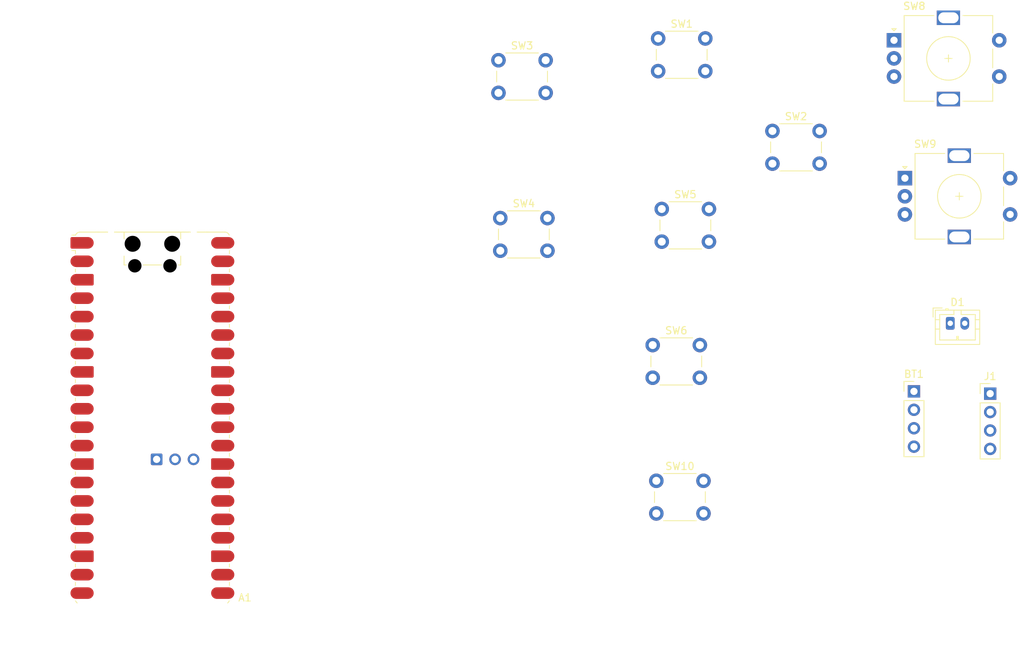
<source format=kicad_pcb>
(kicad_pcb (version 20241229) (generator "pcbnew") (generator_version "9.0")
  (layers (0 "F.Cu" signal) (2 "B.Cu" signal) (13 "F.Paste" user) (15 "B.Paste" user) (5 "F.SilkS" user "F.Silkscreen") (7 "B.SilkS" user "B.Silkscreen") (1 "F.Mask" user) (3 "B.Mask" user) (25 "Edge.Cuts" user))
  (net 0 "")
  (net 6 "Net-(A1-GPIO7)")
  (net 7 "Net-(A1-GPIO11)")
  (net 8 "GNDPWR")
  (net 9 "Net-(A1-GPIO19)")
  (net 10 "Net-(A1-GPIO13)")
  (net 11 "Net-(A1-GPIO18)")
  (net 12 "Net-(A1-GPIO9)")
  (net 13 "Net-(A1-GPIO8)")
  (net 15 "Net-(A1-GPIO6)")
  (net 16 "Net-(A1-GPIO2)")
  (net 19 "Net-(A1-GPIO4)")
  (net 20 "Net-(A1-GPIO1)")
  (net 24 "Net-(A1-GPIO20)")
  (net 25 "Net-(A1-GPIO10)")
  (net 26 "Net-(A1-GPIO3)")
  (net 28 "Net-(A1-VSYS)")
  (net 29 "Net-(A1-3V3)")
  (net 30 "Net-(A1-GPIO12)")
  (net 31 "Net-(A1-GPIO0)")
  (net 32 "Net-(A1-GPIO5)")
  (net 33 "Net-(A1-GPIO16)")
  (net 34 "Net-(A1-GPIO17)")
  (net 35 "Net-(BT1--)")
  (net 36 "Net-(BT1-+)")
  (net 37 "Net-(D1-K)")
  (footprint "Button_Switch_THT:SW_PUSH_6mm" (layer "F.Cu") (at 188.5 118.2)
    (property "Reference" "SW10" (at 3.25 -2 0) (layer "F.SilkS"))
    (property "Value" "SW_Push")
    (fp_line (start -0.25 1.5) (end -0.25 3) (stroke (width 0.12)) (layer "F.SilkS"))
    (fp_line (start 1 5.5) (end 5.5 5.5) (stroke (width 0.12)) (layer "F.SilkS"))
    (fp_line (start 5.5 -1) (end 1 -1) (stroke (width 0.12)) (layer "F.SilkS"))
    (fp_line (start 6.75 3) (end 6.75 1.5) (stroke (width 0.12)) (layer "F.SilkS"))
    (pad "1" thru_hole circle (at 0 0 90) (size 2 2) (drill 1.1) (layers "*.Cu" "*.Mask") (net 32 "Net-(A1-GPIO5)"))
    (pad "1" thru_hole circle (at 6.5 0 90) (size 2 2) (drill 1.1) (layers "*.Cu" "*.Mask") (net 32 "Net-(A1-GPIO5)"))
    (pad "2" thru_hole circle (at 0 4.5 90) (size 2 2) (drill 1.1) (layers "*.Cu" "*.Mask") (net 26 "Net-(A1-GPIO3)"))
    (pad "2" thru_hole circle (at 6.5 4.5 90) (size 2 2) (drill 1.1) (layers "*.Cu" "*.Mask") (net 26 "Net-(A1-GPIO3)"))
  )
  (footprint "Button_Switch_THT:SW_PUSH_6mm" (layer "F.Cu") (at 188.75 57.25)
    (property "Reference" "SW1" (at 3.25 -2 0) (layer "F.SilkS"))
    (property "Value" "SW_Push")
    (fp_line (start -0.25 1.5) (end -0.25 3) (stroke (width 0.12)) (layer "F.SilkS"))
    (fp_line (start 1 5.5) (end 5.5 5.5) (stroke (width 0.12)) (layer "F.SilkS"))
    (fp_line (start 5.5 -1) (end 1 -1) (stroke (width 0.12)) (layer "F.SilkS"))
    (fp_line (start 6.75 3) (end 6.75 1.5) (stroke (width 0.12)) (layer "F.SilkS"))
    (pad "1" thru_hole circle (at 0 0 90) (size 2 2) (drill 1.1) (layers "*.Cu" "*.Mask") (net 34 "Net-(A1-GPIO17)"))
    (pad "1" thru_hole circle (at 6.5 0 90) (size 2 2) (drill 1.1) (layers "*.Cu" "*.Mask") (net 34 "Net-(A1-GPIO17)"))
    (pad "2" thru_hole circle (at 0 4.5 90) (size 2 2) (drill 1.1) (layers "*.Cu" "*.Mask") (net 11 "Net-(A1-GPIO18)"))
    (pad "2" thru_hole circle (at 6.5 4.5 90) (size 2 2) (drill 1.1) (layers "*.Cu" "*.Mask") (net 11 "Net-(A1-GPIO18)"))
  )
  (footprint "Connector_PinHeader_2.54mm:PinHeader_1x04_P2.54mm_Vertical" (layer "F.Cu") (at 224 105.88)
    (property "Reference" "BT1" (at 0 -2.38 0) (layer "F.SilkS"))
    (property "Value" "Battery_Cell")
    (fp_line (start -1.38 -1.38) (end 0 -1.38) (stroke (width 0.12)) (layer "F.SilkS"))
    (fp_line (start -1.38 0) (end -1.38 -1.38) (stroke (width 0.12)) (layer "F.SilkS"))
    (fp_line (start -1.38 1.27) (end -1.38 9) (stroke (width 0.12)) (layer "F.SilkS"))
    (fp_line (start -1.38 1.27) (end 1.38 1.27) (stroke (width 0.12)) (layer "F.SilkS"))
    (fp_line (start -1.38 9) (end 1.38 9) (stroke (width 0.12)) (layer "F.SilkS"))
    (fp_line (start 1.38 1.27) (end 1.38 9) (stroke (width 0.12)) (layer "F.SilkS"))
    (pad "1" thru_hole rect (at 0 0) (size 1.7 1.7) (drill 1) (layers "*.Cu" "*.Mask") (net 36 "Net-(BT1-+)"))
    (pad "2" thru_hole circle (at 0 2.54) (size 1.7 1.7) (drill 1) (layers "*.Cu" "*.Mask") (net 35 "Net-(BT1--)"))
    (pad "3" thru_hole circle (at 0 5.08) (size 1.7 1.7) (drill 1) (layers "*.Cu" "*.Mask"))
    (pad "4" thru_hole circle (at 0 7.62) (size 1.7 1.7) (drill 1) (layers "*.Cu" "*.Mask"))
  )
  (footprint "Button_Switch_THT:SW_PUSH_6mm" (layer "F.Cu") (at 189.25 80.75)
    (property "Reference" "SW5" (at 3.25 -2 0) (layer "F.SilkS"))
    (property "Value" "SW_Push")
    (fp_line (start -0.25 1.5) (end -0.25 3) (stroke (width 0.12)) (layer "F.SilkS"))
    (fp_line (start 1 5.5) (end 5.5 5.5) (stroke (width 0.12)) (layer "F.SilkS"))
    (fp_line (start 5.5 -1) (end 1 -1) (stroke (width 0.12)) (layer "F.SilkS"))
    (fp_line (start 6.75 3) (end 6.75 1.5) (stroke (width 0.12)) (layer "F.SilkS"))
    (pad "1" thru_hole circle (at 0 0 90) (size 2 2) (drill 1.1) (layers "*.Cu" "*.Mask") (net 26 "Net-(A1-GPIO3)"))
    (pad "1" thru_hole circle (at 6.5 0 90) (size 2 2) (drill 1.1) (layers "*.Cu" "*.Mask") (net 26 "Net-(A1-GPIO3)"))
    (pad "2" thru_hole circle (at 0 4.5 90) (size 2 2) (drill 1.1) (layers "*.Cu" "*.Mask") (net 20 "Net-(A1-GPIO1)"))
    (pad "2" thru_hole circle (at 6.5 4.5 90) (size 2 2) (drill 1.1) (layers "*.Cu" "*.Mask") (net 20 "Net-(A1-GPIO1)"))
  )
  (footprint "Button_Switch_THT:SW_PUSH_6mm" (layer "F.Cu") (at 167 82)
    (property "Reference" "SW4" (at 3.25 -2 0) (layer "F.SilkS"))
    (property "Value" "SW_Push")
    (fp_line (start -0.25 1.5) (end -0.25 3) (stroke (width 0.12)) (layer "F.SilkS"))
    (fp_line (start 1 5.5) (end 5.5 5.5) (stroke (width 0.12)) (layer "F.SilkS"))
    (fp_line (start 5.5 -1) (end 1 -1) (stroke (width 0.12)) (layer "F.SilkS"))
    (fp_line (start 6.75 3) (end 6.75 1.5) (stroke (width 0.12)) (layer "F.SilkS"))
    (pad "1" thru_hole circle (at 0 0 90) (size 2 2) (drill 1.1) (layers "*.Cu" "*.Mask") (net 11 "Net-(A1-GPIO18)"))
    (pad "1" thru_hole circle (at 6.5 0 90) (size 2 2) (drill 1.1) (layers "*.Cu" "*.Mask") (net 11 "Net-(A1-GPIO18)"))
    (pad "2" thru_hole circle (at 0 4.5 90) (size 2 2) (drill 1.1) (layers "*.Cu" "*.Mask") (net 9 "Net-(A1-GPIO19)"))
    (pad "2" thru_hole circle (at 6.5 4.5 90) (size 2 2) (drill 1.1) (layers "*.Cu" "*.Mask") (net 9 "Net-(A1-GPIO19)"))
  )
  (footprint "Module:RaspberryPi_Pico_W_SMD_HandSolder" (layer "F.Cu") (at 119.065 109.545)
    (property "Reference" "A1" (at 11.7475 24.765 0) (layer "F.SilkS") (effects (justify left)))
    (property "Value" "RaspberryPi_Pico_W")
    (fp_line (start -10.61 -23.07) (end -11.09 -23.07) (stroke (width 0.12)) (layer "F.SilkS"))
    (fp_line (start -10.61 -23.07) (end -10.61 -22.65) (stroke (width 0.12)) (layer "F.SilkS"))
    (fp_line (start -10.61 -20.53) (end -10.61 -20.11) (stroke (width 0.12)) (layer "F.SilkS"))
    (fp_line (start -10.61 -17.99) (end -10.61 -17.57) (stroke (width 0.12)) (layer "F.SilkS"))
    (fp_line (start -10.61 -15.45) (end -10.61 -15.03) (stroke (width 0.12)) (layer "F.SilkS"))
    (fp_line (start -10.61 -12.91) (end -10.61 -12.49) (stroke (width 0.12)) (layer "F.SilkS"))
    (fp_line (start -10.61 -10.37) (end -10.61 -9.95) (stroke (width 0.12)) (layer "F.SilkS"))
    (fp_line (start -10.61 -7.83) (end -10.61 -7.41) (stroke (width 0.12)) (layer "F.SilkS"))
    (fp_line (start -10.61 -5.29) (end -10.61 -4.87) (stroke (width 0.12)) (layer "F.SilkS"))
    (fp_line (start -10.61 -2.75) (end -10.61 -2.33) (stroke (width 0.12)) (layer "F.SilkS"))
    (fp_line (start -10.61 -0.21) (end -10.61 0.21) (stroke (width 0.12)) (layer "F.SilkS"))
    (fp_line (start -10.61 2.33) (end -10.61 2.75) (stroke (width 0.12)) (layer "F.SilkS"))
    (fp_line (start -10.61 4.87) (end -10.61 5.29) (stroke (width 0.12)) (layer "F.SilkS"))
    (fp_line (start -10.61 7.41) (end -10.61 7.83) (stroke (width 0.12)) (layer "F.SilkS"))
    (fp_line (start -10.61 9.95) (end -10.61 10.37) (stroke (width 0.12)) (layer "F.SilkS"))
    (fp_line (start -10.61 12.49) (end -10.61 12.91) (stroke (width 0.12)) (layer "F.SilkS"))
    (fp_line (start -10.61 15.03) (end -10.61 15.45) (stroke (width 0.12)) (layer "F.SilkS"))
    (fp_line (start -10.61 17.57) (end -10.61 17.99) (stroke (width 0.12)) (layer "F.SilkS"))
    (fp_line (start -10.61 20.11) (end -10.61 20.53) (stroke (width 0.12)) (layer "F.SilkS"))
    (fp_line (start -10.61 22.65) (end -10.61 23.07) (stroke (width 0.12)) (layer "F.SilkS"))
    (fp_line (start -10.579676 -25.19) (end -11.09 -25.19) (stroke (width 0.12)) (layer "F.SilkS"))
    (fp_line (start -10 -25.61) (end -7.51 -25.61) (stroke (width 0.12)) (layer "F.SilkS"))
    (fp_line (start -7.51 -25.61) (end -6.16206 -25.61) (stroke (width 0.12)) (layer "F.SilkS"))
    (fp_line (start -5.237939 -25.61) (end -4.235 -25.61) (stroke (width 0.12)) (layer "F.SilkS"))
    (fp_line (start -4.235 -25.61) (end 4.235 -25.61) (stroke (width 0.12)) (layer "F.SilkS"))
    (fp_line (start -3.9 -25.61) (end -3.9 -24.694) (stroke (width 0.12)) (layer "F.SilkS"))
    (fp_line (start -3.9 -22.306) (end -3.9 -21.09) (stroke (width 0.12)) (layer "F.SilkS"))
    (fp_line (start -3.9 -21.09) (end -3.60391 -21.09) (stroke (width 0.12)) (layer "F.SilkS"))
    (fp_line (start -1.24609 -21.09) (end 1.24609 -21.09) (stroke (width 0.12)) (layer "F.SilkS"))
    (fp_line (start 3.60391 -21.09) (end 3.9 -21.09) (stroke (width 0.12)) (layer "F.SilkS"))
    (fp_line (start 3.9 -25.61) (end 3.9 -24.694) (stroke (width 0.12)) (layer "F.SilkS"))
    (fp_line (start 3.9 -22.306) (end 3.9 -21.09) (stroke (width 0.12)) (layer "F.SilkS"))
    (fp_line (start 4.235 -25.61) (end 5.237939 -25.61) (stroke (width 0.12)) (layer "F.SilkS"))
    (fp_line (start 6.162061 -25.61) (end 7.51 -25.61) (stroke (width 0.12)) (layer "F.SilkS"))
    (fp_line (start 10 -25.61) (end 7.51 -25.61) (stroke (width 0.12)) (layer "F.SilkS"))
    (fp_line (start 10.61 -23.07) (end 10.61 -22.65) (stroke (width 0.12)) (layer "F.SilkS"))
    (fp_line (start 10.61 -20.53) (end 10.61 -20.11) (stroke (width 0.12)) (layer "F.SilkS"))
    (fp_line (start 10.61 -17.99) (end 10.61 -17.57) (stroke (width 0.12)) (layer "F.SilkS"))
    (fp_line (start 10.61 -15.45) (end 10.61 -15.03) (stroke (width 0.12)) (layer "F.SilkS"))
    (fp_line (start 10.61 -12.91) (end 10.61 -12.49) (stroke (width 0.12)) (layer "F.SilkS"))
    (fp_line (start 10.61 -10.37) (end 10.61 -9.95) (stroke (width 0.12)) (layer "F.SilkS"))
    (fp_line (start 10.61 -7.83) (end 10.61 -7.41) (stroke (width 0.12)) (layer "F.SilkS"))
    (fp_line (start 10.61 -5.29) (end 10.61 -4.87) (stroke (width 0.12)) (layer "F.SilkS"))
    (fp_line (start 10.61 -2.75) (end 10.61 -2.33) (stroke (width 0.12)) (layer "F.SilkS"))
    (fp_line (start 10.61 -0.21) (end 10.61 0.21) (stroke (width 0.12)) (layer "F.SilkS"))
    (fp_line (start 10.61 2.33) (end 10.61 2.75) (stroke (width 0.12)) (layer "F.SilkS"))
    (fp_line (start 10.61 4.87) (end 10.61 5.29) (stroke (width 0.12)) (layer "F.SilkS"))
    (fp_line (start 10.61 7.41) (end 10.61 7.83) (stroke (width 0.12)) (layer "F.SilkS"))
    (fp_line (start 10.61 9.95) (end 10.61 10.37) (stroke (width 0.12)) (layer "F.SilkS"))
    (fp_line (start 10.61 12.49) (end 10.61 12.91) (stroke (width 0.12)) (layer "F.SilkS"))
    (fp_line (start 10.61 15.03) (end 10.61 15.45) (stroke (width 0.12)) (layer "F.SilkS"))
    (fp_line (start 10.61 17.57) (end 10.61 17.99) (stroke (width 0.12)) (layer "F.SilkS"))
    (fp_line (start 10.61 20.11) (end 10.61 20.53) (stroke (width 0.12)) (layer "F.SilkS"))
    (fp_line (start 10.61 22.65) (end 10.61 23.07) (stroke (width 0.12)) (layer "F.SilkS"))
    (fp_arc (start -10.579676 -25.19) (mid -10.357938 -25.493944) (end -10 -25.61) (stroke (width 0.12)) (layer "F.SilkS"))
    (fp_arc (start -10.363318 25.49) (mid -10.494791 25.356765) (end -10.579676 25.189937) (stroke (width 0.12)) (layer "F.SilkS"))
    (fp_arc (start 10 -25.61) (mid 10.357937 -25.493944) (end 10.579676 -25.189937) (stroke (width 0.12)) (layer "F.SilkS"))
    (fp_arc (start 10.579676 25.189937) (mid 10.494803 25.356773) (end 10.363318 25.49) (stroke (width 0.12)) (layer "F.SilkS"))
    (pad "" smd rect (at -8.89 -24.13) (size 3.8 2.2) (drill (offset -0.8 0)) (layers "F.Paste"))
    (pad "" smd rect (at -8.89 -21.59) (size 3.8 2.2) (drill (offset -0.8 0)) (layers "F.Paste"))
    (pad "" smd rect (at -8.89 -19.05) (size 3.8 2.2) (drill (offset -0.8 0)) (layers "F.Paste"))
    (pad "" smd rect (at -8.89 -16.51) (size 3.8 2.2) (drill (offset -0.8 0)) (layers "F.Paste"))
    (pad "" smd rect (at -8.89 -13.97) (size 3.8 2.2) (drill (offset -0.8 0)) (layers "F.Paste"))
    (pad "" smd rect (at -8.89 -11.43) (size 3.8 2.2) (drill (offset -0.8 0)) (layers "F.Paste"))
    (pad "" smd rect (at -8.89 -8.89) (size 3.8 2.2) (drill (offset -0.8 0)) (layers "F.Paste"))
    (pad "" smd rect (at -8.89 -6.35) (size 3.8 2.2) (drill (offset -0.8 0)) (layers "F.Paste"))
    (pad "" smd rect (at -8.89 -3.81) (size 3.8 2.2) (drill (offset -0.8 0)) (layers "F.Paste"))
    (pad "" smd rect (at -8.89 -1.27) (size 3.8 2.2) (drill (offset -0.8 0)) (layers "F.Paste"))
    (pad "" smd rect (at -8.89 1.27) (size 3.8 2.2) (drill (offset -0.8 0)) (layers "F.Paste"))
    (pad "" smd rect (at -8.89 3.81) (size 3.8 2.2) (drill (offset -0.8 0)) (layers "F.Paste"))
    (pad "" smd rect (at -8.89 6.35) (size 3.8 2.2) (drill (offset -0.8 0)) (layers "F.Paste"))
    (pad "" smd rect (at -8.89 8.89) (size 3.8 2.2) (drill (offset -0.8 0)) (layers "F.Paste"))
    (pad "" smd rect (at -8.89 11.43) (size 3.8 2.2) (drill (offset -0.8 0)) (layers "F.Paste"))
    (pad "" smd rect (at -8.89 13.97) (size 3.8 2.2) (drill (offset -0.8 0)) (layers "F.Paste"))
    (pad "" smd rect (at -8.89 16.51) (size 3.8 2.2) (drill (offset -0.8 0)) (layers "F.Paste"))
    (pad "" smd rect (at -8.89 19.05) (size 3.8 2.2) (drill (offset -0.8 0)) (layers "F.Paste"))
    (pad "" smd rect (at -8.89 21.59) (size 3.8 2.2) (drill (offset -0.8 0)) (layers "F.Paste"))
    (pad "" smd rect (at -8.89 24.13) (size 3.8 2.2) (drill (offset -0.8 0)) (layers "F.Paste"))
    (pad "" np_thru_hole circle (at -2.725 -24) (size 2.2 2.2) (drill 2.2) (layers "*.Mask"))
    (pad "" np_thru_hole circle (at -2.425 -20.97) (size 1.85 1.85) (drill 1.85) (layers "*.Mask"))
    (pad "" np_thru_hole circle (at 2.425 -20.97) (size 1.85 1.85) (drill 1.85) (layers "*.Mask"))
    (pad "" np_thru_hole circle (at 2.725 -24) (size 2.2 2.2) (drill 2.2) (layers "*.Mask"))
    (pad "" smd rect (at 8.89 -24.13) (size 3.8 2.2) (drill (offset 0.8 0)) (layers "F.Paste"))
    (pad "" smd rect (at 8.89 -21.59) (size 3.8 2.2) (drill (offset 0.8 0)) (layers "F.Paste"))
    (pad "" smd rect (at 8.89 -19.05) (size 3.8 2.2) (drill (offset 0.8 0)) (layers "F.Paste"))
    (pad "" smd rect (at 8.89 -16.51) (size 3.8 2.2) (drill (offset 0.8 0)) (layers "F.Paste"))
    (pad "" smd rect (at 8.89 -13.97) (size 3.8 2.2) (drill (offset 0.8 0)) (layers "F.Paste"))
    (pad "" smd rect (at 8.89 -11.43) (size 3.8 2.2) (drill (offset 0.8 0)) (layers "F.Paste"))
    (pad "" smd rect (at 8.89 -8.89) (size 3.8 2.2) (drill (offset 0.8 0)) (layers "F.Paste"))
    (pad "" smd rect (at 8.89 -6.35) (size 3.8 2.2) (drill (offset 0.8 0)) (layers "F.Paste"))
    (pad "" smd rect (at 8.89 -3.81) (size 3.8 2.2) (drill (offset 0.8 0)) (layers "F.Paste"))
    (pad "" smd rect (at 8.89 -1.27) (size 3.8 2.2) (drill (offset 0.8 0)) (layers "F.Paste"))
    (pad "" smd rect (at 8.89 1.27) (size 3.8 2.2) (drill (offset 0.8 0)) (layers "F.Paste"))
    (pad "" smd rect (at 8.89 3.81) (size 3.8 2.2) (drill (offset 0.8 0)) (layers "F.Paste"))
    (pad "" smd rect (at 8.89 6.35) (size 3.8 2.2) (drill (offset 0.8 0)) (layers "F.Paste"))
    (pad "" smd rect (at 8.89 8.89) (size 3.8 2.2) (drill (offset 0.8 0)) (layers "F.Paste"))
    (pad "" smd rect (at 8.89 11.43) (size 3.8 2.2) (drill (offset 0.8 0)) (layers "F.Paste"))
    (pad "" smd rect (at 8.89 13.97) (size 3.8 2.2) (drill (offset 0.8 0)) (layers "F.Paste"))
    (pad "" smd rect (at 8.89 16.51) (size 3.8 2.2) (drill (offset 0.8 0)) (layers "F.Paste"))
    (pad "" smd rect (at 8.89 19.05) (size 3.8 2.2) (drill (offset 0.8 0)) (layers "F.Paste"))
    (pad "" smd rect (at 8.89 21.59) (size 3.8 2.2) (drill (offset 0.8 0)) (layers "F.Paste"))
    (pad "" smd rect (at 8.89 24.13) (size 3.8 2.2) (drill (offset 0.8 0)) (layers "F.Paste"))
    (pad "1" smd custom (at -9.69 -24.13) (size 1.6 0.8) (layers "F.Cu" "F.Mask") (net 31 "Net-(A1-GPIO0)") (options (clearance outline) (anchor rect)) (primitives (gr_circle (center 0.8 0) (end 1.6 0) (width 0) (fill yes)) (gr_poly (pts (xy -1.6 -0.6) (xy -1.6 0.6) (xy -1.4 0.8) (xy 0.8 0.8) (xy 0.8 -0.8) (xy -1.4 -0.8)) (width 0) (fill yes)) (gr_circle (center -1.4 -0.6) (end -1.2 -0.6) (width 0) (fill yes)) (gr_circle (center -1.4 0.6) (end -1.2 0.6) (width 0) (fill yes))))
    (pad "2" smd roundrect (at -9.69 -21.59) (size 3.2 1.6) (layers "F.Cu" "F.Mask") (roundrect_rratio 0.5) (net 20 "Net-(A1-GPIO1)"))
    (pad "3" smd custom (at -9.69 -19.05) (size 1.6 0.8) (layers "F.Cu" "F.Mask") (net 8 "GNDPWR") (options (clearance outline) (anchor rect)) (primitives (gr_circle (center -0.8 0) (end 0 0) (width 0) (fill yes)) (gr_poly (pts (xy 1.6 -0.6) (xy 1.6 0.6) (xy 1.4 0.8) (xy -0.8 0.8) (xy -0.8 -0.8) (xy 1.4 -0.8)) (width 0) (fill yes)) (gr_circle (center 1.4 -0.6) (end 1.6 -0.6) (width 0) (fill yes)) (gr_circle (center 1.4 0.6) (end 1.6 0.6) (width 0) (fill yes))))
    (pad "4" smd roundrect (at -9.69 -16.51) (size 3.2 1.6) (layers "F.Cu" "F.Mask") (roundrect_rratio 0.5) (net 16 "Net-(A1-GPIO2)"))
    (pad "5" smd roundrect (at -9.69 -13.97) (size 3.2 1.6) (layers "F.Cu" "F.Mask") (roundrect_rratio 0.5) (net 26 "Net-(A1-GPIO3)"))
    (pad "6" smd roundrect (at -9.69 -11.43) (size 3.2 1.6) (layers "F.Cu" "F.Mask") (roundrect_rratio 0.5) (net 19 "Net-(A1-GPIO4)"))
    (pad "7" smd roundrect (at -9.69 -8.89) (size 3.2 1.6) (layers "F.Cu" "F.Mask") (roundrect_rratio 0.5) (net 32 "Net-(A1-GPIO5)"))
    (pad "8" smd custom (at -9.69 -6.35) (size 1.6 0.8) (layers "F.Cu" "F.Mask") (net 8 "GNDPWR") (options (clearance outline) (anchor rect)) (primitives (gr_circle (center -0.8 0) (end 0 0) (width 0) (fill yes)) (gr_poly (pts (xy 1.6 -0.6) (xy 1.6 0.6) (xy 1.4 0.8) (xy -0.8 0.8) (xy -0.8 -0.8) (xy 1.4 -0.8)) (width 0) (fill yes)) (gr_circle (center 1.4 -0.6) (end 1.6 -0.6) (width 0) (fill yes)) (gr_circle (center 1.4 0.6) (end 1.6 0.6) (width 0) (fill yes))))
    (pad "9" smd roundrect (at -9.69 -3.81) (size 3.2 1.6) (layers "F.Cu" "F.Mask") (roundrect_rratio 0.5) (net 15 "Net-(A1-GPIO6)"))
    (pad "10" smd roundrect (at -9.69 -1.27) (size 3.2 1.6) (layers "F.Cu" "F.Mask") (roundrect_rratio 0.5) (net 6 "Net-(A1-GPIO7)"))
    (pad "11" smd roundrect (at -9.69 1.27) (size 3.2 1.6) (layers "F.Cu" "F.Mask") (roundrect_rratio 0.5) (net 13 "Net-(A1-GPIO8)"))
    (pad "12" smd roundrect (at -9.69 3.81) (size 3.2 1.6) (layers "F.Cu" "F.Mask") (roundrect_rratio 0.5) (net 12 "Net-(A1-GPIO9)"))
    (pad "13" smd custom (at -9.69 6.35) (size 1.6 0.8) (layers "F.Cu" "F.Mask") (net 8 "GNDPWR") (options (clearance outline) (anchor rect)) (primitives (gr_circle (center -0.8 0) (end 0 0) (width 0) (fill yes)) (gr_poly (pts (xy 1.6 -0.6) (xy 1.6 0.6) (xy 1.4 0.8) (xy -0.8 0.8) (xy -0.8 -0.8) (xy 1.4 -0.8)) (width 0) (fill yes)) (gr_circle (center 1.4 -0.6) (end 1.6 -0.6) (width 0) (fill yes)) (gr_circle (center 1.4 0.6) (end 1.6 0.6) (width 0) (fill yes))))
    (pad "14" smd roundrect (at -9.69 8.89) (size 3.2 1.6) (layers "F.Cu" "F.Mask") (roundrect_rratio 0.5) (net 25 "Net-(A1-GPIO10)"))
    (pad "15" smd roundrect (at -9.69 11.43) (size 3.2 1.6) (layers "F.Cu" "F.Mask") (roundrect_rratio 0.5) (net 7 "Net-(A1-GPIO11)"))
    (pad "16" smd roundrect (at -9.69 13.97) (size 3.2 1.6) (layers "F.Cu" "F.Mask") (roundrect_rratio 0.5) (net 30 "Net-(A1-GPIO12)"))
    (pad "17" smd roundrect (at -9.69 16.51) (size 3.2 1.6) (layers "F.Cu" "F.Mask") (roundrect_rratio 0.5) (net 10 "Net-(A1-GPIO13)"))
    (pad "18" smd custom (at -9.69 19.05) (size 1.6 0.8) (layers "F.Cu" "F.Mask") (net 8 "GNDPWR") (options (clearance outline) (anchor rect)) (primitives (gr_circle (center -0.8 0) (end 0 0) (width 0) (fill yes)) (gr_poly (pts (xy 1.6 -0.6) (xy 1.6 0.6) (xy 1.4 0.8) (xy -0.8 0.8) (xy -0.8 -0.8) (xy 1.4 -0.8)) (width 0) (fill yes)) (gr_circle (center 1.4 -0.6) (end 1.6 -0.6) (width 0) (fill yes)) (gr_circle (center 1.4 0.6) (end 1.6 0.6) (width 0) (fill yes))))
    (pad "19" smd roundrect (at -9.69 21.59) (size 3.2 1.6) (layers "F.Cu" "F.Mask") (roundrect_rratio 0.5))
    (pad "20" smd roundrect (at -9.69 24.13) (size 3.2 1.6) (layers "F.Cu" "F.Mask") (roundrect_rratio 0.5))
    (pad "21" smd roundrect (at 9.69 24.13) (size 3.2 1.6) (layers "F.Cu" "F.Mask") (roundrect_rratio 0.5) (net 33 "Net-(A1-GPIO16)"))
    (pad "22" smd roundrect (at 9.69 21.59) (size 3.2 1.6) (layers "F.Cu" "F.Mask") (roundrect_rratio 0.5) (net 34 "Net-(A1-GPIO17)"))
    (pad "23" smd custom (at 9.69 19.05) (size 1.6 0.8) (layers "F.Cu" "F.Mask") (net 8 "GNDPWR") (options (clearance outline) (anchor rect)) (primitives (gr_circle (center 0.8 0) (end 1.6 0) (width 0) (fill yes)) (gr_poly (pts (xy -1.6 -0.6) (xy -1.6 0.6) (xy -1.4 0.8) (xy 0.8 0.8) (xy 0.8 -0.8) (xy -1.4 -0.8)) (width 0) (fill yes)) (gr_circle (center -1.4 -0.6) (end -1.2 -0.6) (width 0) (fill yes)) (gr_circle (center -1.4 0.6) (end -1.2 0.6) (width 0) (fill yes))))
    (pad "24" smd roundrect (at 9.69 16.51) (size 3.2 1.6) (layers "F.Cu" "F.Mask") (roundrect_rratio 0.5) (net 11 "Net-(A1-GPIO18)"))
    (pad "25" smd roundrect (at 9.69 13.97) (size 3.2 1.6) (layers "F.Cu" "F.Mask") (roundrect_rratio 0.5) (net 9 "Net-(A1-GPIO19)"))
    (pad "26" smd roundrect (at 9.69 11.43) (size 3.2 1.6) (layers "F.Cu" "F.Mask") (roundrect_rratio 0.5) (net 24 "Net-(A1-GPIO20)"))
    (pad "27" smd roundrect (at 9.69 8.89) (size 3.2 1.6) (layers "F.Cu" "F.Mask") (roundrect_rratio 0.5))
    (pad "28" smd custom (at 9.69 6.35) (size 1.6 0.8) (layers "F.Cu" "F.Mask") (net 8 "GNDPWR") (options (clearance outline) (anchor rect)) (primitives (gr_circle (center 0.8 0) (end 1.6 0) (width 0) (fill yes)) (gr_poly (pts (xy -1.6 -0.6) (xy -1.6 0.6) (xy -1.4 0.8) (xy 0.8 0.8) (xy 0.8 -0.8) (xy -1.4 -0.8)) (width 0) (fill yes)) (gr_circle (center -1.4 -0.6) (end -1.2 -0.6) (width 0) (fill yes)) (gr_circle (center -1.4 0.6) (end -1.2 0.6) (width 0) (fill yes))))
    (pad "29" smd roundrect (at 9.69 3.81) (size 3.2 1.6) (layers "F.Cu" "F.Mask") (roundrect_rratio 0.5))
    (pad "30" smd roundrect (at 9.69 1.27) (size 3.2 1.6) (layers "F.Cu" "F.Mask") (roundrect_rratio 0.5))
    (pad "31" smd roundrect (at 9.69 -1.27) (size 3.2 1.6) (layers "F.Cu" "F.Mask") (roundrect_rratio 0.5))
    (pad "32" smd roundrect (at 9.69 -3.81) (size 3.2 1.6) (layers "F.Cu" "F.Mask") (roundrect_rratio 0.5))
    (pad "33" smd custom (at 9.69 -6.35) (size 1.6 0.8) (layers "F.Cu" "F.Mask") (options (clearance outline) (anchor rect)) (primitives (gr_circle (center 0.8 0) (end 1.6 0) (width 0) (fill yes)) (gr_poly (pts (xy -1.6 -0.6) (xy -1.6 0.6) (xy -1.4 0.8) (xy 0.8 0.8) (xy 0.8 -0.8) (xy -1.4 -0.8)) (width 0) (fill yes)) (gr_circle (center -1.4 -0.6) (end -1.2 -0.6) (width 0) (fill yes)) (gr_circle (center -1.4 0.6) (end -1.2 0.6) (width 0) (fill yes))))
    (pad "34" smd roundrect (at 9.69 -8.89) (size 3.2 1.6) (layers "F.Cu" "F.Mask") (roundrect_rratio 0.5))
    (pad "35" smd roundrect (at 9.69 -11.43) (size 3.2 1.6) (layers "F.Cu" "F.Mask") (roundrect_rratio 0.5))
    (pad "36" smd roundrect (at 9.69 -13.97) (size 3.2 1.6) (layers "F.Cu" "F.Mask") (roundrect_rratio 0.5) (net 29 "Net-(A1-3V3)"))
    (pad "37" smd roundrect (at 9.69 -16.51) (size 3.2 1.6) (layers "F.Cu" "F.Mask") (roundrect_rratio 0.5))
    (pad "38" smd custom (at 9.69 -19.05) (size 1.6 0.8) (layers "F.Cu" "F.Mask") (net 8 "GNDPWR") (options (clearance outline) (anchor rect)) (primitives (gr_circle (center 0.8 0) (end 1.6 0) (width 0) (fill yes)) (gr_poly (pts (xy -1.6 -0.6) (xy -1.6 0.6) (xy -1.4 0.8) (xy 0.8 0.8) (xy 0.8 -0.8) (xy -1.4 -0.8)) (width 0) (fill yes)) (gr_circle (center -1.4 -0.6) (end -1.2 -0.6) (width 0) (fill yes)) (gr_circle (center -1.4 0.6) (end -1.2 0.6) (width 0) (fill yes))))
    (pad "39" smd roundrect (at 9.69 -21.59) (size 3.2 1.6) (layers "F.Cu" "F.Mask") (roundrect_rratio 0.5) (net 28 "Net-(A1-VSYS)"))
    (pad "40" smd roundrect (at 9.69 -24.13) (size 3.2 1.6) (layers "F.Cu" "F.Mask") (roundrect_rratio 0.5))
    (pad "D1" thru_hole roundrect (at 0.5841 5.7) (size 1.6 1.6) (drill 1) (layers "*.Cu" "*.Mask") (roundrect_rratio 0.125))
    (pad "D2" thru_hole circle (at 3.1241 5.7) (size 1.6 1.6) (drill 1) (layers "*.Cu" "*.Mask"))
    (pad "D3" thru_hole circle (at 5.6641 5.7) (size 1.6 1.6) (drill 1) (layers "*.Cu" "*.Mask"))
  )
  (footprint "Rotary_Encoder:RotaryEncoder_Alps_EC11E-Switch_Vertical_H20mm" (layer "F.Cu") (at 222.75 76.5)
    (property "Reference" "SW9" (at 2.8 -4.7 0) (layer "F.SilkS"))
    (property "Value" "RotaryEncoder_Switch")
    (fp_line (start -0.3 -1.6) (end 0.3 -1.6) (stroke (width 0.12)) (layer "F.SilkS"))
    (fp_line (start 0 -1.3) (end -0.3 -1.6) (stroke (width 0.12)) (layer "F.SilkS"))
    (fp_line (start 0.3 -1.6) (end 0 -1.3) (stroke (width 0.12)) (layer "F.SilkS"))
    (fp_line (start 1.4 -3.4) (end 1.4 8.4) (stroke (width 0.12)) (layer "F.SilkS"))
    (fp_line (start 5.5 -3.4) (end 1.4 -3.4) (stroke (width 0.12)) (layer "F.SilkS"))
    (fp_line (start 5.5 8.4) (end 1.4 8.4) (stroke (width 0.12)) (layer "F.SilkS"))
    (fp_line (start 7 2.5) (end 8 2.5) (stroke (width 0.12)) (layer "F.SilkS"))
    (fp_line (start 7.5 2) (end 7.5 3) (stroke (width 0.12)) (layer "F.SilkS"))
    (fp_line (start 9.5 -3.4) (end 13.6 -3.4) (stroke (width 0.12)) (layer "F.SilkS"))
    (fp_line (start 13.6 -3.4) (end 13.6 -1) (stroke (width 0.12)) (layer "F.SilkS"))
    (fp_line (start 13.6 1.2) (end 13.6 3.8) (stroke (width 0.12)) (layer "F.SilkS"))
    (fp_line (start 13.6 6) (end 13.6 8.4) (stroke (width 0.12)) (layer "F.SilkS"))
    (fp_line (start 13.6 8.4) (end 9.5 8.4) (stroke (width 0.12)) (layer "F.SilkS"))
    (fp_circle (center 7.5 2.5) (end 10.5 2.5) (stroke (width 0.12)) (fill no) (layer "F.SilkS"))
    (pad "A" thru_hole rect (at 0 0) (size 2 2) (drill 1) (layers "*.Cu" "*.Mask") (net 19 "Net-(A1-GPIO4)"))
    (pad "B" thru_hole circle (at 0 5) (size 2 2) (drill 1) (layers "*.Cu" "*.Mask") (net 16 "Net-(A1-GPIO2)"))
    (pad "C" thru_hole circle (at 0 2.5) (size 2 2) (drill 1) (layers "*.Cu" "*.Mask") (net 26 "Net-(A1-GPIO3)"))
    (pad "MP" thru_hole rect (at 7.5 -3.1) (size 3.2 2) (drill oval 2.8 1.5) (layers "*.Cu" "*.Mask"))
    (pad "MP" thru_hole rect (at 7.5 8.1) (size 3.2 2) (drill oval 2.8 1.5) (layers "*.Cu" "*.Mask"))
    (pad "S1" thru_hole circle (at 14.5 5) (size 2 2) (drill 1) (layers "*.Cu" "*.Mask"))
    (pad "S2" thru_hole circle (at 14.5 0) (size 2 2) (drill 1) (layers "*.Cu" "*.Mask"))
  )
  (footprint "Button_Switch_THT:SW_PUSH_6mm" (layer "F.Cu") (at 204.5 70)
    (property "Reference" "SW2" (at 3.25 -2 0) (layer "F.SilkS"))
    (property "Value" "SW_Push")
    (fp_line (start -0.25 1.5) (end -0.25 3) (stroke (width 0.12)) (layer "F.SilkS"))
    (fp_line (start 1 5.5) (end 5.5 5.5) (stroke (width 0.12)) (layer "F.SilkS"))
    (fp_line (start 5.5 -1) (end 1 -1) (stroke (width 0.12)) (layer "F.SilkS"))
    (fp_line (start 6.75 3) (end 6.75 1.5) (stroke (width 0.12)) (layer "F.SilkS"))
    (pad "1" thru_hole circle (at 0 0 90) (size 2 2) (drill 1.1) (layers "*.Cu" "*.Mask") (net 26 "Net-(A1-GPIO3)"))
    (pad "1" thru_hole circle (at 6.5 0 90) (size 2 2) (drill 1.1) (layers "*.Cu" "*.Mask") (net 26 "Net-(A1-GPIO3)"))
    (pad "2" thru_hole circle (at 0 4.5 90) (size 2 2) (drill 1.1) (layers "*.Cu" "*.Mask") (net 31 "Net-(A1-GPIO0)"))
    (pad "2" thru_hole circle (at 6.5 4.5 90) (size 2 2) (drill 1.1) (layers "*.Cu" "*.Mask") (net 31 "Net-(A1-GPIO0)"))
  )
  (footprint "Connector_JST:JST_PH_B2B-PH-K_1x02_P2.00mm_Vertical" (layer "F.Cu") (at 229 96.5)
    (property "Reference" "D1" (at 1 -2.9 0) (layer "F.SilkS"))
    (property "Value" "LED")
    (fp_line (start -2.36 -2.11) (end -2.36 -0.86) (stroke (width 0.12)) (layer "F.SilkS"))
    (fp_line (start -2.06 -0.5) (end -1.45 -0.5) (stroke (width 0.12)) (layer "F.SilkS"))
    (fp_line (start -2.06 0.8) (end -1.45 0.8) (stroke (width 0.12)) (layer "F.SilkS"))
    (fp_line (start -1.45 -1.2) (end -1.45 2.3) (stroke (width 0.12)) (layer "F.SilkS"))
    (fp_line (start -1.45 2.3) (end 3.45 2.3) (stroke (width 0.12)) (layer "F.SilkS"))
    (fp_line (start -1.11 -2.11) (end -2.36 -2.11) (stroke (width 0.12)) (layer "F.SilkS"))
    (fp_line (start -0.6 -2.01) (end -0.6 -1.81) (stroke (width 0.12)) (layer "F.SilkS"))
    (fp_line (start -0.3 -2.01) (end -0.6 -2.01) (stroke (width 0.12)) (layer "F.SilkS"))
    (fp_line (start -0.3 -1.91) (end -0.6 -1.91) (stroke (width 0.12)) (layer "F.SilkS"))
    (fp_line (start -0.3 -1.81) (end -0.3 -2.01) (stroke (width 0.12)) (layer "F.SilkS"))
    (fp_line (start 0.5 -1.81) (end 0.5 -1.2) (stroke (width 0.12)) (layer "F.SilkS"))
    (fp_line (start 0.5 -1.2) (end -1.45 -1.2) (stroke (width 0.12)) (layer "F.SilkS"))
    (fp_line (start 0.9 1.8) (end 1.1 1.8) (stroke (width 0.12)) (layer "F.SilkS"))
    (fp_line (start 0.9 2.3) (end 0.9 1.8) (stroke (width 0.12)) (layer "F.SilkS"))
    (fp_line (start 1 2.3) (end 1 1.8) (stroke (width 0.12)) (layer "F.SilkS"))
    (fp_line (start 1.1 1.8) (end 1.1 2.3) (stroke (width 0.12)) (layer "F.SilkS"))
    (fp_line (start 1.5 -1.2) (end 1.5 -1.81) (stroke (width 0.12)) (layer "F.SilkS"))
    (fp_line (start 3.45 -1.2) (end 1.5 -1.2) (stroke (width 0.12)) (layer "F.SilkS"))
    (fp_line (start 3.45 2.3) (end 3.45 -1.2) (stroke (width 0.12)) (layer "F.SilkS"))
    (fp_line (start 4.06 -0.5) (end 3.45 -0.5) (stroke (width 0.12)) (layer "F.SilkS"))
    (fp_line (start 4.06 0.8) (end 3.45 0.8) (stroke (width 0.12)) (layer "F.SilkS"))
    (fp_rect (start -2.06 -1.81) (end 4.06 2.91) (stroke (width 0.12)) (fill no) (layer "F.SilkS"))
    (pad "1" thru_hole roundrect (at 0 0) (size 1.2 1.75) (drill 0.75) (layers "*.Cu" "*.Mask") (roundrect_rratio 0.208333) (net 37 "Net-(D1-K)"))
    (pad "2" thru_hole oval (at 2 0) (size 1.2 1.75) (drill 0.75) (layers "*.Cu" "*.Mask") (net 29 "Net-(A1-3V3)"))
  )
  (footprint "Button_Switch_THT:SW_PUSH_6mm" (layer "F.Cu") (at 188 99.5)
    (property "Reference" "SW6" (at 3.25 -2 0) (layer "F.SilkS"))
    (property "Value" "SW_Push")
    (fp_line (start -0.25 1.5) (end -0.25 3) (stroke (width 0.12)) (layer "F.SilkS"))
    (fp_line (start 1 5.5) (end 5.5 5.5) (stroke (width 0.12)) (layer "F.SilkS"))
    (fp_line (start 5.5 -1) (end 1 -1) (stroke (width 0.12)) (layer "F.SilkS"))
    (fp_line (start 6.75 3) (end 6.75 1.5) (stroke (width 0.12)) (layer "F.SilkS"))
    (pad "1" thru_hole circle (at 0 0 90) (size 2 2) (drill 1.1) (layers "*.Cu" "*.Mask") (net 11 "Net-(A1-GPIO18)"))
    (pad "1" thru_hole circle (at 6.5 0 90) (size 2 2) (drill 1.1) (layers "*.Cu" "*.Mask") (net 11 "Net-(A1-GPIO18)"))
    (pad "2" thru_hole circle (at 0 4.5 90) (size 2 2) (drill 1.1) (layers "*.Cu" "*.Mask") (net 33 "Net-(A1-GPIO16)"))
    (pad "2" thru_hole circle (at 6.5 4.5 90) (size 2 2) (drill 1.1) (layers "*.Cu" "*.Mask") (net 33 "Net-(A1-GPIO16)"))
  )
  (footprint "Connector_PinHeader_2.54mm:PinHeader_1x04_P2.54mm_Vertical" (layer "F.Cu") (at 234.5 106.19)
    (property "Reference" "J1" (at 0 -2.38 0) (layer "F.SilkS"))
    (property "Value" "Conn_01x04")
    (fp_line (start -1.38 -1.38) (end 0 -1.38) (stroke (width 0.12)) (layer "F.SilkS"))
    (fp_line (start -1.38 0) (end -1.38 -1.38) (stroke (width 0.12)) (layer "F.SilkS"))
    (fp_line (start -1.38 1.27) (end -1.38 9) (stroke (width 0.12)) (layer "F.SilkS"))
    (fp_line (start -1.38 1.27) (end 1.38 1.27) (stroke (width 0.12)) (layer "F.SilkS"))
    (fp_line (start -1.38 9) (end 1.38 9) (stroke (width 0.12)) (layer "F.SilkS"))
    (fp_line (start 1.38 1.27) (end 1.38 9) (stroke (width 0.12)) (layer "F.SilkS"))
    (pad "1" thru_hole rect (at 0 0) (size 1.7 1.7) (drill 1) (layers "*.Cu" "*.Mask") (net 36 "Net-(BT1-+)"))
    (pad "2" thru_hole circle (at 0 2.54) (size 1.7 1.7) (drill 1) (layers "*.Cu" "*.Mask") (net 35 "Net-(BT1--)"))
    (pad "3" thru_hole circle (at 0 5.08) (size 1.7 1.7) (drill 1) (layers "*.Cu" "*.Mask") (net 28 "Net-(A1-VSYS)"))
    (pad "4" thru_hole circle (at 0 7.62) (size 1.7 1.7) (drill 1) (layers "*.Cu" "*.Mask") (net 11 "Net-(A1-GPIO18)"))
  )
  (footprint "Button_Switch_THT:SW_PUSH_6mm" (layer "F.Cu") (at 166.75 60.25)
    (property "Reference" "SW3" (at 3.25 -2 0) (layer "F.SilkS"))
    (property "Value" "SW_Push")
    (fp_line (start -0.25 1.5) (end -0.25 3) (stroke (width 0.12)) (layer "F.SilkS"))
    (fp_line (start 1 5.5) (end 5.5 5.5) (stroke (width 0.12)) (layer "F.SilkS"))
    (fp_line (start 5.5 -1) (end 1 -1) (stroke (width 0.12)) (layer "F.SilkS"))
    (fp_line (start 6.75 3) (end 6.75 1.5) (stroke (width 0.12)) (layer "F.SilkS"))
    (pad "1" thru_hole circle (at 0 0 90) (size 2 2) (drill 1.1) (layers "*.Cu" "*.Mask") (net 11 "Net-(A1-GPIO18)"))
    (pad "1" thru_hole circle (at 6.5 0 90) (size 2 2) (drill 1.1) (layers "*.Cu" "*.Mask") (net 11 "Net-(A1-GPIO18)"))
    (pad "2" thru_hole circle (at 0 4.5 90) (size 2 2) (drill 1.1) (layers "*.Cu" "*.Mask") (net 24 "Net-(A1-GPIO20)"))
    (pad "2" thru_hole circle (at 6.5 4.5 90) (size 2 2) (drill 1.1) (layers "*.Cu" "*.Mask") (net 24 "Net-(A1-GPIO20)"))
  )
  (footprint "Rotary_Encoder:RotaryEncoder_Alps_EC11E-Switch_Vertical_H20mm" (layer "F.Cu") (at 221.25 57.5)
    (property "Reference" "SW8" (at 2.8 -4.7 0) (layer "F.SilkS"))
    (property "Value" "RotaryEncoder_Switch")
    (fp_line (start -0.3 -1.6) (end 0.3 -1.6) (stroke (width 0.12)) (layer "F.SilkS"))
    (fp_line (start 0 -1.3) (end -0.3 -1.6) (stroke (width 0.12)) (layer "F.SilkS"))
    (fp_line (start 0.3 -1.6) (end 0 -1.3) (stroke (width 0.12)) (layer "F.SilkS"))
    (fp_line (start 1.4 -3.4) (end 1.4 8.4) (stroke (width 0.12)) (layer "F.SilkS"))
    (fp_line (start 5.5 -3.4) (end 1.4 -3.4) (stroke (width 0.12)) (layer "F.SilkS"))
    (fp_line (start 5.5 8.4) (end 1.4 8.4) (stroke (width 0.12)) (layer "F.SilkS"))
    (fp_line (start 7 2.5) (end 8 2.5) (stroke (width 0.12)) (layer "F.SilkS"))
    (fp_line (start 7.5 2) (end 7.5 3) (stroke (width 0.12)) (layer "F.SilkS"))
    (fp_line (start 9.5 -3.4) (end 13.6 -3.4) (stroke (width 0.12)) (layer "F.SilkS"))
    (fp_line (start 13.6 -3.4) (end 13.6 -1) (stroke (width 0.12)) (layer "F.SilkS"))
    (fp_line (start 13.6 1.2) (end 13.6 3.8) (stroke (width 0.12)) (layer "F.SilkS"))
    (fp_line (start 13.6 6) (end 13.6 8.4) (stroke (width 0.12)) (layer "F.SilkS"))
    (fp_line (start 13.6 8.4) (end 9.5 8.4) (stroke (width 0.12)) (layer "F.SilkS"))
    (fp_circle (center 7.5 2.5) (end 10.5 2.5) (stroke (width 0.12)) (fill no) (layer "F.SilkS"))
    (pad "A" thru_hole rect (at 0 0) (size 2 2) (drill 1) (layers "*.Cu" "*.Mask") (net 6 "Net-(A1-GPIO7)"))
    (pad "B" thru_hole circle (at 0 5) (size 2 2) (drill 1) (layers "*.Cu" "*.Mask") (net 15 "Net-(A1-GPIO6)"))
    (pad "C" thru_hole circle (at 0 2.5) (size 2 2) (drill 1) (layers "*.Cu" "*.Mask") (net 11 "Net-(A1-GPIO18)"))
    (pad "MP" thru_hole rect (at 7.5 -3.1) (size 3.2 2) (drill oval 2.8 1.5) (layers "*.Cu" "*.Mask"))
    (pad "MP" thru_hole rect (at 7.5 8.1) (size 3.2 2) (drill oval 2.8 1.5) (layers "*.Cu" "*.Mask"))
    (pad "S1" thru_hole circle (at 14.5 5) (size 2 2) (drill 1) (layers "*.Cu" "*.Mask"))
    (pad "S2" thru_hole circle (at 14.5 0) (size 2 2) (drill 1) (layers "*.Cu" "*.Mask"))
  )
)
</source>
